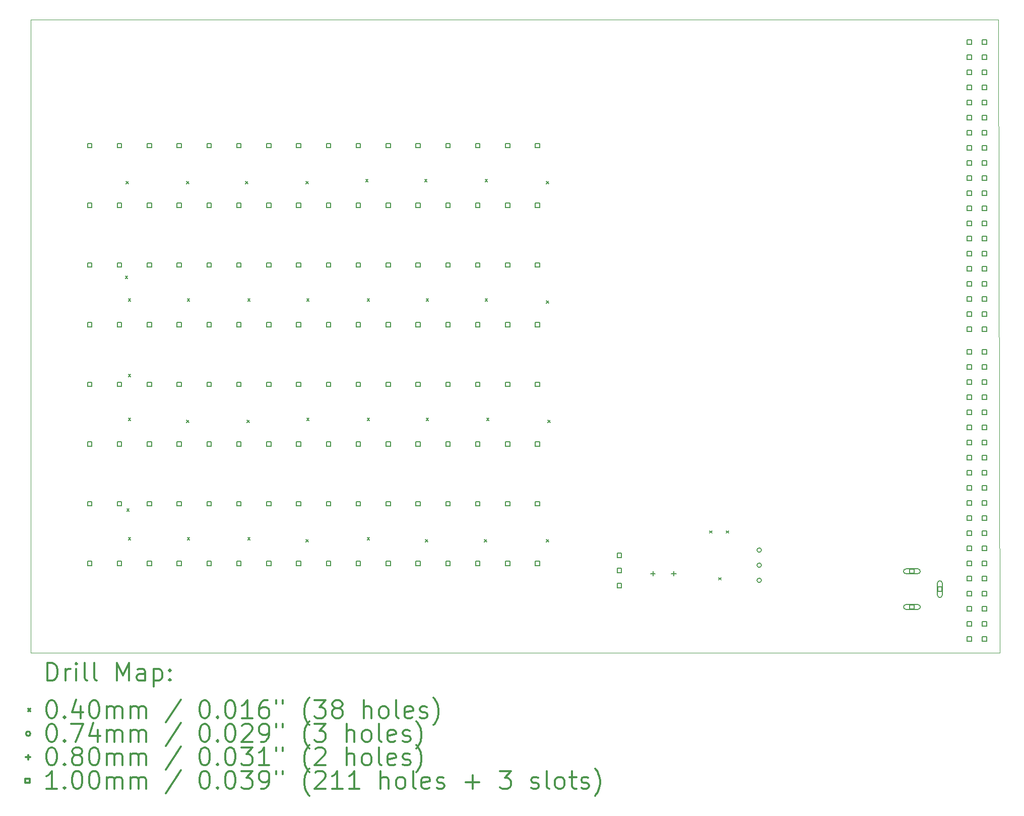
<source format=gbr>
%FSLAX45Y45*%
G04 Gerber Fmt 4.5, Leading zero omitted, Abs format (unit mm)*
G04 Created by KiCad (PCBNEW (5.1.7)-1) date 2020-11-18 10:27:59*
%MOMM*%
%LPD*%
G01*
G04 APERTURE LIST*
%TA.AperFunction,Profile*%
%ADD10C,0.050000*%
%TD*%
%ADD11C,0.200000*%
%ADD12C,0.300000*%
G04 APERTURE END LIST*
D10*
X3327400Y-3992200D02*
X3327400Y-4017600D01*
X19583400Y-3992200D02*
X3327400Y-3992200D01*
X19608800Y-14634800D02*
X19583400Y-3992200D01*
X3327400Y-14634800D02*
X19608800Y-14634800D01*
X3327400Y-4017600D02*
X3327400Y-14634800D01*
D11*
X4920300Y-8302900D02*
X4960300Y-8342900D01*
X4960300Y-8302900D02*
X4920300Y-8342900D01*
X4933000Y-6711000D02*
X4973000Y-6751000D01*
X4973000Y-6711000D02*
X4933000Y-6751000D01*
X4945700Y-12214500D02*
X4985700Y-12254500D01*
X4985700Y-12214500D02*
X4945700Y-12254500D01*
X4971100Y-8683900D02*
X5011100Y-8723900D01*
X5011100Y-8683900D02*
X4971100Y-8723900D01*
X4971100Y-9953900D02*
X5011100Y-9993900D01*
X5011100Y-9953900D02*
X4971100Y-9993900D01*
X4971100Y-10690500D02*
X5011100Y-10730500D01*
X5011100Y-10690500D02*
X4971100Y-10730500D01*
X4971100Y-12697100D02*
X5011100Y-12737100D01*
X5011100Y-12697100D02*
X4971100Y-12737100D01*
X5949000Y-6711000D02*
X5989000Y-6751000D01*
X5989000Y-6711000D02*
X5949000Y-6751000D01*
X5949000Y-10724200D02*
X5989000Y-10764200D01*
X5989000Y-10724200D02*
X5949000Y-10764200D01*
X5961700Y-8683900D02*
X6001700Y-8723900D01*
X6001700Y-8683900D02*
X5961700Y-8723900D01*
X5961700Y-12697100D02*
X6001700Y-12737100D01*
X6001700Y-12697100D02*
X5961700Y-12737100D01*
X6939600Y-6711000D02*
X6979600Y-6751000D01*
X6979600Y-6711000D02*
X6939600Y-6751000D01*
X6965000Y-10724200D02*
X7005000Y-10764200D01*
X7005000Y-10724200D02*
X6965000Y-10764200D01*
X6977700Y-8683900D02*
X7017700Y-8723900D01*
X7017700Y-8683900D02*
X6977700Y-8723900D01*
X6977700Y-12697100D02*
X7017700Y-12737100D01*
X7017700Y-12697100D02*
X6977700Y-12737100D01*
X7955600Y-6711000D02*
X7995600Y-6751000D01*
X7995600Y-6711000D02*
X7955600Y-6751000D01*
X7955600Y-12730800D02*
X7995600Y-12770800D01*
X7995600Y-12730800D02*
X7955600Y-12770800D01*
X7968300Y-8683900D02*
X8008300Y-8723900D01*
X8008300Y-8683900D02*
X7968300Y-8723900D01*
X7968300Y-10690500D02*
X8008300Y-10730500D01*
X8008300Y-10690500D02*
X7968300Y-10730500D01*
X8958900Y-6677300D02*
X8998900Y-6717300D01*
X8998900Y-6677300D02*
X8958900Y-6717300D01*
X8984300Y-8683900D02*
X9024300Y-8723900D01*
X9024300Y-8683900D02*
X8984300Y-8723900D01*
X8984300Y-10690500D02*
X9024300Y-10730500D01*
X9024300Y-10690500D02*
X8984300Y-10730500D01*
X8984300Y-12697100D02*
X9024300Y-12737100D01*
X9024300Y-12697100D02*
X8984300Y-12737100D01*
X9949500Y-6677300D02*
X9989500Y-6717300D01*
X9989500Y-6677300D02*
X9949500Y-6717300D01*
X9962200Y-12730800D02*
X10002200Y-12770800D01*
X10002200Y-12730800D02*
X9962200Y-12770800D01*
X9974900Y-8683900D02*
X10014900Y-8723900D01*
X10014900Y-8683900D02*
X9974900Y-8723900D01*
X9974900Y-10690500D02*
X10014900Y-10730500D01*
X10014900Y-10690500D02*
X9974900Y-10730500D01*
X10952800Y-12730800D02*
X10992800Y-12770800D01*
X10992800Y-12730800D02*
X10952800Y-12770800D01*
X10965500Y-6677300D02*
X11005500Y-6717300D01*
X11005500Y-6677300D02*
X10965500Y-6717300D01*
X10965500Y-8683900D02*
X11005500Y-8723900D01*
X11005500Y-8683900D02*
X10965500Y-8723900D01*
X10990900Y-10690500D02*
X11030900Y-10730500D01*
X11030900Y-10690500D02*
X10990900Y-10730500D01*
X11994200Y-6711000D02*
X12034200Y-6751000D01*
X12034200Y-6711000D02*
X11994200Y-6751000D01*
X11994200Y-8717600D02*
X12034200Y-8757600D01*
X12034200Y-8717600D02*
X11994200Y-8757600D01*
X11994200Y-12730800D02*
X12034200Y-12770800D01*
X12034200Y-12730800D02*
X11994200Y-12770800D01*
X12019600Y-10724200D02*
X12059600Y-10764200D01*
X12059600Y-10724200D02*
X12019600Y-10764200D01*
X14737400Y-12582800D02*
X14777400Y-12622800D01*
X14777400Y-12582800D02*
X14737400Y-12622800D01*
X14889800Y-13370200D02*
X14929800Y-13410200D01*
X14929800Y-13370200D02*
X14889800Y-13410200D01*
X15016800Y-12582800D02*
X15056800Y-12622800D01*
X15056800Y-12582800D02*
X15016800Y-12622800D01*
X15607200Y-12907600D02*
G75*
G03*
X15607200Y-12907600I-37000J0D01*
G01*
X15607200Y-13161600D02*
G75*
G03*
X15607200Y-13161600I-37000J0D01*
G01*
X15607200Y-13415600D02*
G75*
G03*
X15607200Y-13415600I-37000J0D01*
G01*
X13785100Y-13261300D02*
X13785100Y-13341300D01*
X13745100Y-13301300D02*
X13825100Y-13301300D01*
X14135100Y-13261300D02*
X14135100Y-13341300D01*
X14095100Y-13301300D02*
X14175100Y-13301300D01*
X8370556Y-13167156D02*
X8370556Y-13096444D01*
X8299844Y-13096444D01*
X8299844Y-13167156D01*
X8370556Y-13167156D01*
X8870556Y-13167156D02*
X8870556Y-13096444D01*
X8799844Y-13096444D01*
X8799844Y-13167156D01*
X8870556Y-13167156D01*
X11380456Y-13167156D02*
X11380456Y-13096444D01*
X11309744Y-13096444D01*
X11309744Y-13167156D01*
X11380456Y-13167156D01*
X11880456Y-13167156D02*
X11880456Y-13096444D01*
X11809744Y-13096444D01*
X11809744Y-13167156D01*
X11880456Y-13167156D01*
X10377156Y-10157256D02*
X10377156Y-10086544D01*
X10306444Y-10086544D01*
X10306444Y-10157256D01*
X10377156Y-10157256D01*
X10877156Y-10157256D02*
X10877156Y-10086544D01*
X10806444Y-10086544D01*
X10806444Y-10157256D01*
X10877156Y-10157256D01*
X4357356Y-10157256D02*
X4357356Y-10086544D01*
X4286644Y-10086544D01*
X4286644Y-10157256D01*
X4357356Y-10157256D01*
X4857356Y-10157256D02*
X4857356Y-10086544D01*
X4786644Y-10086544D01*
X4786644Y-10157256D01*
X4857356Y-10157256D01*
X9373856Y-6144056D02*
X9373856Y-6073344D01*
X9303144Y-6073344D01*
X9303144Y-6144056D01*
X9373856Y-6144056D01*
X9873856Y-6144056D02*
X9873856Y-6073344D01*
X9803144Y-6073344D01*
X9803144Y-6144056D01*
X9873856Y-6144056D01*
X5360656Y-6144056D02*
X5360656Y-6073344D01*
X5289944Y-6073344D01*
X5289944Y-6144056D01*
X5360656Y-6144056D01*
X5860656Y-6144056D02*
X5860656Y-6073344D01*
X5789944Y-6073344D01*
X5789944Y-6144056D01*
X5860656Y-6144056D01*
X8370556Y-6144056D02*
X8370556Y-6073344D01*
X8299844Y-6073344D01*
X8299844Y-6144056D01*
X8370556Y-6144056D01*
X8870556Y-6144056D02*
X8870556Y-6073344D01*
X8799844Y-6073344D01*
X8799844Y-6144056D01*
X8870556Y-6144056D01*
X11380456Y-8150656D02*
X11380456Y-8079944D01*
X11309744Y-8079944D01*
X11309744Y-8150656D01*
X11380456Y-8150656D01*
X11880456Y-8150656D02*
X11880456Y-8079944D01*
X11809744Y-8079944D01*
X11809744Y-8150656D01*
X11880456Y-8150656D01*
X8370556Y-9153956D02*
X8370556Y-9083244D01*
X8299844Y-9083244D01*
X8299844Y-9153956D01*
X8370556Y-9153956D01*
X8870556Y-9153956D02*
X8870556Y-9083244D01*
X8799844Y-9083244D01*
X8799844Y-9153956D01*
X8870556Y-9153956D01*
X5360656Y-8150656D02*
X5360656Y-8079944D01*
X5289944Y-8079944D01*
X5289944Y-8150656D01*
X5360656Y-8150656D01*
X5860656Y-8150656D02*
X5860656Y-8079944D01*
X5789944Y-8079944D01*
X5789944Y-8150656D01*
X5860656Y-8150656D01*
X7367256Y-13167156D02*
X7367256Y-13096444D01*
X7296544Y-13096444D01*
X7296544Y-13167156D01*
X7367256Y-13167156D01*
X7867256Y-13167156D02*
X7867256Y-13096444D01*
X7796544Y-13096444D01*
X7796544Y-13167156D01*
X7867256Y-13167156D01*
X4357356Y-13167156D02*
X4357356Y-13096444D01*
X4286644Y-13096444D01*
X4286644Y-13167156D01*
X4357356Y-13167156D01*
X4857356Y-13167156D02*
X4857356Y-13096444D01*
X4786644Y-13096444D01*
X4786644Y-13167156D01*
X4857356Y-13167156D01*
X11380456Y-11160556D02*
X11380456Y-11089844D01*
X11309744Y-11089844D01*
X11309744Y-11160556D01*
X11380456Y-11160556D01*
X11880456Y-11160556D02*
X11880456Y-11089844D01*
X11809744Y-11089844D01*
X11809744Y-11160556D01*
X11880456Y-11160556D01*
X5360656Y-11160556D02*
X5360656Y-11089844D01*
X5289944Y-11089844D01*
X5289944Y-11160556D01*
X5360656Y-11160556D01*
X5860656Y-11160556D02*
X5860656Y-11089844D01*
X5789944Y-11089844D01*
X5789944Y-11160556D01*
X5860656Y-11160556D01*
X13256056Y-13031856D02*
X13256056Y-12961144D01*
X13185344Y-12961144D01*
X13185344Y-13031856D01*
X13256056Y-13031856D01*
X13256056Y-13285856D02*
X13256056Y-13215144D01*
X13185344Y-13215144D01*
X13185344Y-13285856D01*
X13256056Y-13285856D01*
X13256056Y-13539856D02*
X13256056Y-13469144D01*
X13185344Y-13469144D01*
X13185344Y-13539856D01*
X13256056Y-13539856D01*
X11380456Y-10157256D02*
X11380456Y-10086544D01*
X11309744Y-10086544D01*
X11309744Y-10157256D01*
X11380456Y-10157256D01*
X11880456Y-10157256D02*
X11880456Y-10086544D01*
X11809744Y-10086544D01*
X11809744Y-10157256D01*
X11880456Y-10157256D01*
X4357356Y-6144056D02*
X4357356Y-6073344D01*
X4286644Y-6073344D01*
X4286644Y-6144056D01*
X4357356Y-6144056D01*
X4857356Y-6144056D02*
X4857356Y-6073344D01*
X4786644Y-6073344D01*
X4786644Y-6144056D01*
X4857356Y-6144056D01*
X6363956Y-6144056D02*
X6363956Y-6073344D01*
X6293244Y-6073344D01*
X6293244Y-6144056D01*
X6363956Y-6144056D01*
X6863956Y-6144056D02*
X6863956Y-6073344D01*
X6793244Y-6073344D01*
X6793244Y-6144056D01*
X6863956Y-6144056D01*
X5360656Y-7147356D02*
X5360656Y-7076644D01*
X5289944Y-7076644D01*
X5289944Y-7147356D01*
X5360656Y-7147356D01*
X5860656Y-7147356D02*
X5860656Y-7076644D01*
X5789944Y-7076644D01*
X5789944Y-7147356D01*
X5860656Y-7147356D01*
X9373856Y-7147356D02*
X9373856Y-7076644D01*
X9303144Y-7076644D01*
X9303144Y-7147356D01*
X9373856Y-7147356D01*
X9873856Y-7147356D02*
X9873856Y-7076644D01*
X9803144Y-7076644D01*
X9803144Y-7147356D01*
X9873856Y-7147356D01*
X9373856Y-8150656D02*
X9373856Y-8079944D01*
X9303144Y-8079944D01*
X9303144Y-8150656D01*
X9373856Y-8150656D01*
X9873856Y-8150656D02*
X9873856Y-8079944D01*
X9803144Y-8079944D01*
X9803144Y-8150656D01*
X9873856Y-8150656D01*
X6363956Y-8150656D02*
X6363956Y-8079944D01*
X6293244Y-8079944D01*
X6293244Y-8150656D01*
X6363956Y-8150656D01*
X6863956Y-8150656D02*
X6863956Y-8079944D01*
X6793244Y-8079944D01*
X6793244Y-8150656D01*
X6863956Y-8150656D01*
X9373856Y-13167156D02*
X9373856Y-13096444D01*
X9303144Y-13096444D01*
X9303144Y-13167156D01*
X9373856Y-13167156D01*
X9873856Y-13167156D02*
X9873856Y-13096444D01*
X9803144Y-13096444D01*
X9803144Y-13167156D01*
X9873856Y-13167156D01*
X9373856Y-12163856D02*
X9373856Y-12093144D01*
X9303144Y-12093144D01*
X9303144Y-12163856D01*
X9373856Y-12163856D01*
X9873856Y-12163856D02*
X9873856Y-12093144D01*
X9803144Y-12093144D01*
X9803144Y-12163856D01*
X9873856Y-12163856D01*
X10377156Y-12163856D02*
X10377156Y-12093144D01*
X10306444Y-12093144D01*
X10306444Y-12163856D01*
X10377156Y-12163856D01*
X10877156Y-12163856D02*
X10877156Y-12093144D01*
X10806444Y-12093144D01*
X10806444Y-12163856D01*
X10877156Y-12163856D01*
X10377156Y-11160556D02*
X10377156Y-11089844D01*
X10306444Y-11089844D01*
X10306444Y-11160556D01*
X10377156Y-11160556D01*
X10877156Y-11160556D02*
X10877156Y-11089844D01*
X10806444Y-11089844D01*
X10806444Y-11160556D01*
X10877156Y-11160556D01*
X9373856Y-9153956D02*
X9373856Y-9083244D01*
X9303144Y-9083244D01*
X9303144Y-9153956D01*
X9373856Y-9153956D01*
X9873856Y-9153956D02*
X9873856Y-9083244D01*
X9803144Y-9083244D01*
X9803144Y-9153956D01*
X9873856Y-9153956D01*
X5360656Y-10157256D02*
X5360656Y-10086544D01*
X5289944Y-10086544D01*
X5289944Y-10157256D01*
X5360656Y-10157256D01*
X5860656Y-10157256D02*
X5860656Y-10086544D01*
X5789944Y-10086544D01*
X5789944Y-10157256D01*
X5860656Y-10157256D01*
X11380456Y-6144056D02*
X11380456Y-6073344D01*
X11309744Y-6073344D01*
X11309744Y-6144056D01*
X11380456Y-6144056D01*
X11880456Y-6144056D02*
X11880456Y-6073344D01*
X11809744Y-6073344D01*
X11809744Y-6144056D01*
X11880456Y-6144056D01*
X6363956Y-7147356D02*
X6363956Y-7076644D01*
X6293244Y-7076644D01*
X6293244Y-7147356D01*
X6363956Y-7147356D01*
X6863956Y-7147356D02*
X6863956Y-7076644D01*
X6793244Y-7076644D01*
X6793244Y-7147356D01*
X6863956Y-7147356D01*
X4357356Y-8150656D02*
X4357356Y-8079944D01*
X4286644Y-8079944D01*
X4286644Y-8150656D01*
X4357356Y-8150656D01*
X4857356Y-8150656D02*
X4857356Y-8079944D01*
X4786644Y-8079944D01*
X4786644Y-8150656D01*
X4857356Y-8150656D01*
X10377156Y-8150656D02*
X10377156Y-8079944D01*
X10306444Y-8079944D01*
X10306444Y-8150656D01*
X10377156Y-8150656D01*
X10877156Y-8150656D02*
X10877156Y-8079944D01*
X10806444Y-8079944D01*
X10806444Y-8150656D01*
X10877156Y-8150656D01*
X19136156Y-4404156D02*
X19136156Y-4333444D01*
X19065444Y-4333444D01*
X19065444Y-4404156D01*
X19136156Y-4404156D01*
X19136156Y-4658156D02*
X19136156Y-4587444D01*
X19065444Y-4587444D01*
X19065444Y-4658156D01*
X19136156Y-4658156D01*
X19136156Y-4912156D02*
X19136156Y-4841444D01*
X19065444Y-4841444D01*
X19065444Y-4912156D01*
X19136156Y-4912156D01*
X19136156Y-5166156D02*
X19136156Y-5095444D01*
X19065444Y-5095444D01*
X19065444Y-5166156D01*
X19136156Y-5166156D01*
X19136156Y-5420156D02*
X19136156Y-5349444D01*
X19065444Y-5349444D01*
X19065444Y-5420156D01*
X19136156Y-5420156D01*
X19136156Y-5674156D02*
X19136156Y-5603444D01*
X19065444Y-5603444D01*
X19065444Y-5674156D01*
X19136156Y-5674156D01*
X19136156Y-5928156D02*
X19136156Y-5857444D01*
X19065444Y-5857444D01*
X19065444Y-5928156D01*
X19136156Y-5928156D01*
X19136156Y-6182156D02*
X19136156Y-6111444D01*
X19065444Y-6111444D01*
X19065444Y-6182156D01*
X19136156Y-6182156D01*
X19136156Y-6436156D02*
X19136156Y-6365444D01*
X19065444Y-6365444D01*
X19065444Y-6436156D01*
X19136156Y-6436156D01*
X19136156Y-6690156D02*
X19136156Y-6619444D01*
X19065444Y-6619444D01*
X19065444Y-6690156D01*
X19136156Y-6690156D01*
X19136156Y-6944156D02*
X19136156Y-6873444D01*
X19065444Y-6873444D01*
X19065444Y-6944156D01*
X19136156Y-6944156D01*
X19136156Y-7198156D02*
X19136156Y-7127444D01*
X19065444Y-7127444D01*
X19065444Y-7198156D01*
X19136156Y-7198156D01*
X19136156Y-7452156D02*
X19136156Y-7381444D01*
X19065444Y-7381444D01*
X19065444Y-7452156D01*
X19136156Y-7452156D01*
X19136156Y-7706156D02*
X19136156Y-7635444D01*
X19065444Y-7635444D01*
X19065444Y-7706156D01*
X19136156Y-7706156D01*
X19136156Y-7960156D02*
X19136156Y-7889444D01*
X19065444Y-7889444D01*
X19065444Y-7960156D01*
X19136156Y-7960156D01*
X19136156Y-8214156D02*
X19136156Y-8143444D01*
X19065444Y-8143444D01*
X19065444Y-8214156D01*
X19136156Y-8214156D01*
X19136156Y-8468156D02*
X19136156Y-8397444D01*
X19065444Y-8397444D01*
X19065444Y-8468156D01*
X19136156Y-8468156D01*
X19136156Y-8722156D02*
X19136156Y-8651444D01*
X19065444Y-8651444D01*
X19065444Y-8722156D01*
X19136156Y-8722156D01*
X19136156Y-8976156D02*
X19136156Y-8905444D01*
X19065444Y-8905444D01*
X19065444Y-8976156D01*
X19136156Y-8976156D01*
X19136156Y-9230156D02*
X19136156Y-9159444D01*
X19065444Y-9159444D01*
X19065444Y-9230156D01*
X19136156Y-9230156D01*
X19390156Y-4404156D02*
X19390156Y-4333444D01*
X19319444Y-4333444D01*
X19319444Y-4404156D01*
X19390156Y-4404156D01*
X19390156Y-4658156D02*
X19390156Y-4587444D01*
X19319444Y-4587444D01*
X19319444Y-4658156D01*
X19390156Y-4658156D01*
X19390156Y-4912156D02*
X19390156Y-4841444D01*
X19319444Y-4841444D01*
X19319444Y-4912156D01*
X19390156Y-4912156D01*
X19390156Y-5166156D02*
X19390156Y-5095444D01*
X19319444Y-5095444D01*
X19319444Y-5166156D01*
X19390156Y-5166156D01*
X19390156Y-5420156D02*
X19390156Y-5349444D01*
X19319444Y-5349444D01*
X19319444Y-5420156D01*
X19390156Y-5420156D01*
X19390156Y-5674156D02*
X19390156Y-5603444D01*
X19319444Y-5603444D01*
X19319444Y-5674156D01*
X19390156Y-5674156D01*
X19390156Y-5928156D02*
X19390156Y-5857444D01*
X19319444Y-5857444D01*
X19319444Y-5928156D01*
X19390156Y-5928156D01*
X19390156Y-6182156D02*
X19390156Y-6111444D01*
X19319444Y-6111444D01*
X19319444Y-6182156D01*
X19390156Y-6182156D01*
X19390156Y-6436156D02*
X19390156Y-6365444D01*
X19319444Y-6365444D01*
X19319444Y-6436156D01*
X19390156Y-6436156D01*
X19390156Y-6690156D02*
X19390156Y-6619444D01*
X19319444Y-6619444D01*
X19319444Y-6690156D01*
X19390156Y-6690156D01*
X19390156Y-6944156D02*
X19390156Y-6873444D01*
X19319444Y-6873444D01*
X19319444Y-6944156D01*
X19390156Y-6944156D01*
X19390156Y-7198156D02*
X19390156Y-7127444D01*
X19319444Y-7127444D01*
X19319444Y-7198156D01*
X19390156Y-7198156D01*
X19390156Y-7452156D02*
X19390156Y-7381444D01*
X19319444Y-7381444D01*
X19319444Y-7452156D01*
X19390156Y-7452156D01*
X19390156Y-7706156D02*
X19390156Y-7635444D01*
X19319444Y-7635444D01*
X19319444Y-7706156D01*
X19390156Y-7706156D01*
X19390156Y-7960156D02*
X19390156Y-7889444D01*
X19319444Y-7889444D01*
X19319444Y-7960156D01*
X19390156Y-7960156D01*
X19390156Y-8214156D02*
X19390156Y-8143444D01*
X19319444Y-8143444D01*
X19319444Y-8214156D01*
X19390156Y-8214156D01*
X19390156Y-8468156D02*
X19390156Y-8397444D01*
X19319444Y-8397444D01*
X19319444Y-8468156D01*
X19390156Y-8468156D01*
X19390156Y-8722156D02*
X19390156Y-8651444D01*
X19319444Y-8651444D01*
X19319444Y-8722156D01*
X19390156Y-8722156D01*
X19390156Y-8976156D02*
X19390156Y-8905444D01*
X19319444Y-8905444D01*
X19319444Y-8976156D01*
X19390156Y-8976156D01*
X19390156Y-9230156D02*
X19390156Y-9159444D01*
X19319444Y-9159444D01*
X19319444Y-9230156D01*
X19390156Y-9230156D01*
X6363956Y-13167156D02*
X6363956Y-13096444D01*
X6293244Y-13096444D01*
X6293244Y-13167156D01*
X6363956Y-13167156D01*
X6863956Y-13167156D02*
X6863956Y-13096444D01*
X6793244Y-13096444D01*
X6793244Y-13167156D01*
X6863956Y-13167156D01*
X8370556Y-12163856D02*
X8370556Y-12093144D01*
X8299844Y-12093144D01*
X8299844Y-12163856D01*
X8370556Y-12163856D01*
X8870556Y-12163856D02*
X8870556Y-12093144D01*
X8799844Y-12093144D01*
X8799844Y-12163856D01*
X8870556Y-12163856D01*
X8370556Y-11160556D02*
X8370556Y-11089844D01*
X8299844Y-11089844D01*
X8299844Y-11160556D01*
X8370556Y-11160556D01*
X8870556Y-11160556D02*
X8870556Y-11089844D01*
X8799844Y-11089844D01*
X8799844Y-11160556D01*
X8870556Y-11160556D01*
X10377156Y-9153956D02*
X10377156Y-9083244D01*
X10306444Y-9083244D01*
X10306444Y-9153956D01*
X10377156Y-9153956D01*
X10877156Y-9153956D02*
X10877156Y-9083244D01*
X10806444Y-9083244D01*
X10806444Y-9153956D01*
X10877156Y-9153956D01*
X9373856Y-10157256D02*
X9373856Y-10086544D01*
X9303144Y-10086544D01*
X9303144Y-10157256D01*
X9373856Y-10157256D01*
X9873856Y-10157256D02*
X9873856Y-10086544D01*
X9803144Y-10086544D01*
X9803144Y-10157256D01*
X9873856Y-10157256D01*
X18170956Y-13298556D02*
X18170956Y-13227844D01*
X18100244Y-13227844D01*
X18100244Y-13298556D01*
X18170956Y-13298556D01*
X18035600Y-13303200D02*
X18235600Y-13303200D01*
X18035600Y-13223200D02*
X18235600Y-13223200D01*
X18235600Y-13303200D02*
G75*
G03*
X18235600Y-13223200I0J40000D01*
G01*
X18035600Y-13223200D02*
G75*
G03*
X18035600Y-13303200I0J-40000D01*
G01*
X18170956Y-13898556D02*
X18170956Y-13827844D01*
X18100244Y-13827844D01*
X18100244Y-13898556D01*
X18170956Y-13898556D01*
X18035600Y-13903200D02*
X18235600Y-13903200D01*
X18035600Y-13823200D02*
X18235600Y-13823200D01*
X18235600Y-13903200D02*
G75*
G03*
X18235600Y-13823200I0J40000D01*
G01*
X18035600Y-13823200D02*
G75*
G03*
X18035600Y-13903200I0J-40000D01*
G01*
X18640956Y-13598556D02*
X18640956Y-13527844D01*
X18570244Y-13527844D01*
X18570244Y-13598556D01*
X18640956Y-13598556D01*
X18645600Y-13663200D02*
X18645600Y-13463200D01*
X18565600Y-13663200D02*
X18565600Y-13463200D01*
X18645600Y-13463200D02*
G75*
G03*
X18565600Y-13463200I-40000J0D01*
G01*
X18565600Y-13663200D02*
G75*
G03*
X18645600Y-13663200I40000J0D01*
G01*
X7367256Y-8150656D02*
X7367256Y-8079944D01*
X7296544Y-8079944D01*
X7296544Y-8150656D01*
X7367256Y-8150656D01*
X7867256Y-8150656D02*
X7867256Y-8079944D01*
X7796544Y-8079944D01*
X7796544Y-8150656D01*
X7867256Y-8150656D01*
X5360656Y-9153956D02*
X5360656Y-9083244D01*
X5289944Y-9083244D01*
X5289944Y-9153956D01*
X5360656Y-9153956D01*
X5860656Y-9153956D02*
X5860656Y-9083244D01*
X5789944Y-9083244D01*
X5789944Y-9153956D01*
X5860656Y-9153956D01*
X4357356Y-12163856D02*
X4357356Y-12093144D01*
X4286644Y-12093144D01*
X4286644Y-12163856D01*
X4357356Y-12163856D01*
X4857356Y-12163856D02*
X4857356Y-12093144D01*
X4786644Y-12093144D01*
X4786644Y-12163856D01*
X4857356Y-12163856D01*
X10377156Y-13167156D02*
X10377156Y-13096444D01*
X10306444Y-13096444D01*
X10306444Y-13167156D01*
X10377156Y-13167156D01*
X10877156Y-13167156D02*
X10877156Y-13096444D01*
X10806444Y-13096444D01*
X10806444Y-13167156D01*
X10877156Y-13167156D01*
X11380456Y-12163856D02*
X11380456Y-12093144D01*
X11309744Y-12093144D01*
X11309744Y-12163856D01*
X11380456Y-12163856D01*
X11880456Y-12163856D02*
X11880456Y-12093144D01*
X11809744Y-12093144D01*
X11809744Y-12163856D01*
X11880456Y-12163856D01*
X6363956Y-11160556D02*
X6363956Y-11089844D01*
X6293244Y-11089844D01*
X6293244Y-11160556D01*
X6363956Y-11160556D01*
X6863956Y-11160556D02*
X6863956Y-11089844D01*
X6793244Y-11089844D01*
X6793244Y-11160556D01*
X6863956Y-11160556D01*
X11380456Y-9153956D02*
X11380456Y-9083244D01*
X11309744Y-9083244D01*
X11309744Y-9153956D01*
X11380456Y-9153956D01*
X11880456Y-9153956D02*
X11880456Y-9083244D01*
X11809744Y-9083244D01*
X11809744Y-9153956D01*
X11880456Y-9153956D01*
X6363956Y-10157256D02*
X6363956Y-10086544D01*
X6293244Y-10086544D01*
X6293244Y-10157256D01*
X6363956Y-10157256D01*
X6863956Y-10157256D02*
X6863956Y-10086544D01*
X6793244Y-10086544D01*
X6793244Y-10157256D01*
X6863956Y-10157256D01*
X4357356Y-7147356D02*
X4357356Y-7076644D01*
X4286644Y-7076644D01*
X4286644Y-7147356D01*
X4357356Y-7147356D01*
X4857356Y-7147356D02*
X4857356Y-7076644D01*
X4786644Y-7076644D01*
X4786644Y-7147356D01*
X4857356Y-7147356D01*
X10377156Y-7147356D02*
X10377156Y-7076644D01*
X10306444Y-7076644D01*
X10306444Y-7147356D01*
X10377156Y-7147356D01*
X10877156Y-7147356D02*
X10877156Y-7076644D01*
X10806444Y-7076644D01*
X10806444Y-7147356D01*
X10877156Y-7147356D01*
X7367256Y-9153956D02*
X7367256Y-9083244D01*
X7296544Y-9083244D01*
X7296544Y-9153956D01*
X7367256Y-9153956D01*
X7867256Y-9153956D02*
X7867256Y-9083244D01*
X7796544Y-9083244D01*
X7796544Y-9153956D01*
X7867256Y-9153956D01*
X6363956Y-12163856D02*
X6363956Y-12093144D01*
X6293244Y-12093144D01*
X6293244Y-12163856D01*
X6363956Y-12163856D01*
X6863956Y-12163856D02*
X6863956Y-12093144D01*
X6793244Y-12093144D01*
X6793244Y-12163856D01*
X6863956Y-12163856D01*
X5360656Y-12163856D02*
X5360656Y-12093144D01*
X5289944Y-12093144D01*
X5289944Y-12163856D01*
X5360656Y-12163856D01*
X5860656Y-12163856D02*
X5860656Y-12093144D01*
X5789944Y-12093144D01*
X5789944Y-12163856D01*
X5860656Y-12163856D01*
X4357356Y-11160556D02*
X4357356Y-11089844D01*
X4286644Y-11089844D01*
X4286644Y-11160556D01*
X4357356Y-11160556D01*
X4857356Y-11160556D02*
X4857356Y-11089844D01*
X4786644Y-11089844D01*
X4786644Y-11160556D01*
X4857356Y-11160556D01*
X8370556Y-10157256D02*
X8370556Y-10086544D01*
X8299844Y-10086544D01*
X8299844Y-10157256D01*
X8370556Y-10157256D01*
X8870556Y-10157256D02*
X8870556Y-10086544D01*
X8799844Y-10086544D01*
X8799844Y-10157256D01*
X8870556Y-10157256D01*
X7367256Y-10157256D02*
X7367256Y-10086544D01*
X7296544Y-10086544D01*
X7296544Y-10157256D01*
X7367256Y-10157256D01*
X7867256Y-10157256D02*
X7867256Y-10086544D01*
X7796544Y-10086544D01*
X7796544Y-10157256D01*
X7867256Y-10157256D01*
X6363956Y-9153956D02*
X6363956Y-9083244D01*
X6293244Y-9083244D01*
X6293244Y-9153956D01*
X6363956Y-9153956D01*
X6863956Y-9153956D02*
X6863956Y-9083244D01*
X6793244Y-9083244D01*
X6793244Y-9153956D01*
X6863956Y-9153956D01*
X11380456Y-7147356D02*
X11380456Y-7076644D01*
X11309744Y-7076644D01*
X11309744Y-7147356D01*
X11380456Y-7147356D01*
X11880456Y-7147356D02*
X11880456Y-7076644D01*
X11809744Y-7076644D01*
X11809744Y-7147356D01*
X11880456Y-7147356D01*
X7367256Y-7147356D02*
X7367256Y-7076644D01*
X7296544Y-7076644D01*
X7296544Y-7147356D01*
X7367256Y-7147356D01*
X7867256Y-7147356D02*
X7867256Y-7076644D01*
X7796544Y-7076644D01*
X7796544Y-7147356D01*
X7867256Y-7147356D01*
X7367256Y-12163856D02*
X7367256Y-12093144D01*
X7296544Y-12093144D01*
X7296544Y-12163856D01*
X7367256Y-12163856D01*
X7867256Y-12163856D02*
X7867256Y-12093144D01*
X7796544Y-12093144D01*
X7796544Y-12163856D01*
X7867256Y-12163856D01*
X5360656Y-13167156D02*
X5360656Y-13096444D01*
X5289944Y-13096444D01*
X5289944Y-13167156D01*
X5360656Y-13167156D01*
X5860656Y-13167156D02*
X5860656Y-13096444D01*
X5789944Y-13096444D01*
X5789944Y-13167156D01*
X5860656Y-13167156D01*
X9373856Y-11160556D02*
X9373856Y-11089844D01*
X9303144Y-11089844D01*
X9303144Y-11160556D01*
X9373856Y-11160556D01*
X9873856Y-11160556D02*
X9873856Y-11089844D01*
X9803144Y-11089844D01*
X9803144Y-11160556D01*
X9873856Y-11160556D01*
X7367256Y-11160556D02*
X7367256Y-11089844D01*
X7296544Y-11089844D01*
X7296544Y-11160556D01*
X7367256Y-11160556D01*
X7867256Y-11160556D02*
X7867256Y-11089844D01*
X7796544Y-11089844D01*
X7796544Y-11160556D01*
X7867256Y-11160556D01*
X19136156Y-9611156D02*
X19136156Y-9540444D01*
X19065444Y-9540444D01*
X19065444Y-9611156D01*
X19136156Y-9611156D01*
X19136156Y-9865156D02*
X19136156Y-9794444D01*
X19065444Y-9794444D01*
X19065444Y-9865156D01*
X19136156Y-9865156D01*
X19136156Y-10119156D02*
X19136156Y-10048444D01*
X19065444Y-10048444D01*
X19065444Y-10119156D01*
X19136156Y-10119156D01*
X19136156Y-10373156D02*
X19136156Y-10302444D01*
X19065444Y-10302444D01*
X19065444Y-10373156D01*
X19136156Y-10373156D01*
X19136156Y-10627156D02*
X19136156Y-10556444D01*
X19065444Y-10556444D01*
X19065444Y-10627156D01*
X19136156Y-10627156D01*
X19136156Y-10881156D02*
X19136156Y-10810444D01*
X19065444Y-10810444D01*
X19065444Y-10881156D01*
X19136156Y-10881156D01*
X19136156Y-11135156D02*
X19136156Y-11064444D01*
X19065444Y-11064444D01*
X19065444Y-11135156D01*
X19136156Y-11135156D01*
X19136156Y-11389156D02*
X19136156Y-11318444D01*
X19065444Y-11318444D01*
X19065444Y-11389156D01*
X19136156Y-11389156D01*
X19136156Y-11643156D02*
X19136156Y-11572444D01*
X19065444Y-11572444D01*
X19065444Y-11643156D01*
X19136156Y-11643156D01*
X19136156Y-11897156D02*
X19136156Y-11826444D01*
X19065444Y-11826444D01*
X19065444Y-11897156D01*
X19136156Y-11897156D01*
X19136156Y-12151156D02*
X19136156Y-12080444D01*
X19065444Y-12080444D01*
X19065444Y-12151156D01*
X19136156Y-12151156D01*
X19136156Y-12405156D02*
X19136156Y-12334444D01*
X19065444Y-12334444D01*
X19065444Y-12405156D01*
X19136156Y-12405156D01*
X19136156Y-12659156D02*
X19136156Y-12588444D01*
X19065444Y-12588444D01*
X19065444Y-12659156D01*
X19136156Y-12659156D01*
X19136156Y-12913156D02*
X19136156Y-12842444D01*
X19065444Y-12842444D01*
X19065444Y-12913156D01*
X19136156Y-12913156D01*
X19136156Y-13167156D02*
X19136156Y-13096444D01*
X19065444Y-13096444D01*
X19065444Y-13167156D01*
X19136156Y-13167156D01*
X19136156Y-13421156D02*
X19136156Y-13350444D01*
X19065444Y-13350444D01*
X19065444Y-13421156D01*
X19136156Y-13421156D01*
X19136156Y-13675156D02*
X19136156Y-13604444D01*
X19065444Y-13604444D01*
X19065444Y-13675156D01*
X19136156Y-13675156D01*
X19136156Y-13929156D02*
X19136156Y-13858444D01*
X19065444Y-13858444D01*
X19065444Y-13929156D01*
X19136156Y-13929156D01*
X19136156Y-14183156D02*
X19136156Y-14112444D01*
X19065444Y-14112444D01*
X19065444Y-14183156D01*
X19136156Y-14183156D01*
X19136156Y-14437156D02*
X19136156Y-14366444D01*
X19065444Y-14366444D01*
X19065444Y-14437156D01*
X19136156Y-14437156D01*
X19390156Y-9611156D02*
X19390156Y-9540444D01*
X19319444Y-9540444D01*
X19319444Y-9611156D01*
X19390156Y-9611156D01*
X19390156Y-9865156D02*
X19390156Y-9794444D01*
X19319444Y-9794444D01*
X19319444Y-9865156D01*
X19390156Y-9865156D01*
X19390156Y-10119156D02*
X19390156Y-10048444D01*
X19319444Y-10048444D01*
X19319444Y-10119156D01*
X19390156Y-10119156D01*
X19390156Y-10373156D02*
X19390156Y-10302444D01*
X19319444Y-10302444D01*
X19319444Y-10373156D01*
X19390156Y-10373156D01*
X19390156Y-10627156D02*
X19390156Y-10556444D01*
X19319444Y-10556444D01*
X19319444Y-10627156D01*
X19390156Y-10627156D01*
X19390156Y-10881156D02*
X19390156Y-10810444D01*
X19319444Y-10810444D01*
X19319444Y-10881156D01*
X19390156Y-10881156D01*
X19390156Y-11135156D02*
X19390156Y-11064444D01*
X19319444Y-11064444D01*
X19319444Y-11135156D01*
X19390156Y-11135156D01*
X19390156Y-11389156D02*
X19390156Y-11318444D01*
X19319444Y-11318444D01*
X19319444Y-11389156D01*
X19390156Y-11389156D01*
X19390156Y-11643156D02*
X19390156Y-11572444D01*
X19319444Y-11572444D01*
X19319444Y-11643156D01*
X19390156Y-11643156D01*
X19390156Y-11897156D02*
X19390156Y-11826444D01*
X19319444Y-11826444D01*
X19319444Y-11897156D01*
X19390156Y-11897156D01*
X19390156Y-12151156D02*
X19390156Y-12080444D01*
X19319444Y-12080444D01*
X19319444Y-12151156D01*
X19390156Y-12151156D01*
X19390156Y-12405156D02*
X19390156Y-12334444D01*
X19319444Y-12334444D01*
X19319444Y-12405156D01*
X19390156Y-12405156D01*
X19390156Y-12659156D02*
X19390156Y-12588444D01*
X19319444Y-12588444D01*
X19319444Y-12659156D01*
X19390156Y-12659156D01*
X19390156Y-12913156D02*
X19390156Y-12842444D01*
X19319444Y-12842444D01*
X19319444Y-12913156D01*
X19390156Y-12913156D01*
X19390156Y-13167156D02*
X19390156Y-13096444D01*
X19319444Y-13096444D01*
X19319444Y-13167156D01*
X19390156Y-13167156D01*
X19390156Y-13421156D02*
X19390156Y-13350444D01*
X19319444Y-13350444D01*
X19319444Y-13421156D01*
X19390156Y-13421156D01*
X19390156Y-13675156D02*
X19390156Y-13604444D01*
X19319444Y-13604444D01*
X19319444Y-13675156D01*
X19390156Y-13675156D01*
X19390156Y-13929156D02*
X19390156Y-13858444D01*
X19319444Y-13858444D01*
X19319444Y-13929156D01*
X19390156Y-13929156D01*
X19390156Y-14183156D02*
X19390156Y-14112444D01*
X19319444Y-14112444D01*
X19319444Y-14183156D01*
X19390156Y-14183156D01*
X19390156Y-14437156D02*
X19390156Y-14366444D01*
X19319444Y-14366444D01*
X19319444Y-14437156D01*
X19390156Y-14437156D01*
X10377156Y-6144056D02*
X10377156Y-6073344D01*
X10306444Y-6073344D01*
X10306444Y-6144056D01*
X10377156Y-6144056D01*
X10877156Y-6144056D02*
X10877156Y-6073344D01*
X10806444Y-6073344D01*
X10806444Y-6144056D01*
X10877156Y-6144056D01*
X7367256Y-6144056D02*
X7367256Y-6073344D01*
X7296544Y-6073344D01*
X7296544Y-6144056D01*
X7367256Y-6144056D01*
X7867256Y-6144056D02*
X7867256Y-6073344D01*
X7796544Y-6073344D01*
X7796544Y-6144056D01*
X7867256Y-6144056D01*
X8370556Y-7147356D02*
X8370556Y-7076644D01*
X8299844Y-7076644D01*
X8299844Y-7147356D01*
X8370556Y-7147356D01*
X8870556Y-7147356D02*
X8870556Y-7076644D01*
X8799844Y-7076644D01*
X8799844Y-7147356D01*
X8870556Y-7147356D01*
X4357356Y-9153956D02*
X4357356Y-9083244D01*
X4286644Y-9083244D01*
X4286644Y-9153956D01*
X4357356Y-9153956D01*
X4857356Y-9153956D02*
X4857356Y-9083244D01*
X4786644Y-9083244D01*
X4786644Y-9153956D01*
X4857356Y-9153956D01*
X8370556Y-8150656D02*
X8370556Y-8079944D01*
X8299844Y-8079944D01*
X8299844Y-8150656D01*
X8370556Y-8150656D01*
X8870556Y-8150656D02*
X8870556Y-8079944D01*
X8799844Y-8079944D01*
X8799844Y-8150656D01*
X8870556Y-8150656D01*
D12*
X3611328Y-15103014D02*
X3611328Y-14803014D01*
X3682757Y-14803014D01*
X3725614Y-14817300D01*
X3754186Y-14845871D01*
X3768471Y-14874443D01*
X3782757Y-14931586D01*
X3782757Y-14974443D01*
X3768471Y-15031586D01*
X3754186Y-15060157D01*
X3725614Y-15088729D01*
X3682757Y-15103014D01*
X3611328Y-15103014D01*
X3911328Y-15103014D02*
X3911328Y-14903014D01*
X3911328Y-14960157D02*
X3925614Y-14931586D01*
X3939900Y-14917300D01*
X3968471Y-14903014D01*
X3997043Y-14903014D01*
X4097043Y-15103014D02*
X4097043Y-14903014D01*
X4097043Y-14803014D02*
X4082757Y-14817300D01*
X4097043Y-14831586D01*
X4111328Y-14817300D01*
X4097043Y-14803014D01*
X4097043Y-14831586D01*
X4282757Y-15103014D02*
X4254186Y-15088729D01*
X4239900Y-15060157D01*
X4239900Y-14803014D01*
X4439900Y-15103014D02*
X4411328Y-15088729D01*
X4397043Y-15060157D01*
X4397043Y-14803014D01*
X4782757Y-15103014D02*
X4782757Y-14803014D01*
X4882757Y-15017300D01*
X4982757Y-14803014D01*
X4982757Y-15103014D01*
X5254186Y-15103014D02*
X5254186Y-14945871D01*
X5239900Y-14917300D01*
X5211328Y-14903014D01*
X5154186Y-14903014D01*
X5125614Y-14917300D01*
X5254186Y-15088729D02*
X5225614Y-15103014D01*
X5154186Y-15103014D01*
X5125614Y-15088729D01*
X5111328Y-15060157D01*
X5111328Y-15031586D01*
X5125614Y-15003014D01*
X5154186Y-14988729D01*
X5225614Y-14988729D01*
X5254186Y-14974443D01*
X5397043Y-14903014D02*
X5397043Y-15203014D01*
X5397043Y-14917300D02*
X5425614Y-14903014D01*
X5482757Y-14903014D01*
X5511328Y-14917300D01*
X5525614Y-14931586D01*
X5539900Y-14960157D01*
X5539900Y-15045871D01*
X5525614Y-15074443D01*
X5511328Y-15088729D01*
X5482757Y-15103014D01*
X5425614Y-15103014D01*
X5397043Y-15088729D01*
X5668471Y-15074443D02*
X5682757Y-15088729D01*
X5668471Y-15103014D01*
X5654186Y-15088729D01*
X5668471Y-15074443D01*
X5668471Y-15103014D01*
X5668471Y-14917300D02*
X5682757Y-14931586D01*
X5668471Y-14945871D01*
X5654186Y-14931586D01*
X5668471Y-14917300D01*
X5668471Y-14945871D01*
X3284900Y-15577300D02*
X3324900Y-15617300D01*
X3324900Y-15577300D02*
X3284900Y-15617300D01*
X3668471Y-15433014D02*
X3697043Y-15433014D01*
X3725614Y-15447300D01*
X3739900Y-15461586D01*
X3754186Y-15490157D01*
X3768471Y-15547300D01*
X3768471Y-15618729D01*
X3754186Y-15675871D01*
X3739900Y-15704443D01*
X3725614Y-15718729D01*
X3697043Y-15733014D01*
X3668471Y-15733014D01*
X3639900Y-15718729D01*
X3625614Y-15704443D01*
X3611328Y-15675871D01*
X3597043Y-15618729D01*
X3597043Y-15547300D01*
X3611328Y-15490157D01*
X3625614Y-15461586D01*
X3639900Y-15447300D01*
X3668471Y-15433014D01*
X3897043Y-15704443D02*
X3911328Y-15718729D01*
X3897043Y-15733014D01*
X3882757Y-15718729D01*
X3897043Y-15704443D01*
X3897043Y-15733014D01*
X4168471Y-15533014D02*
X4168471Y-15733014D01*
X4097043Y-15418729D02*
X4025614Y-15633014D01*
X4211328Y-15633014D01*
X4382757Y-15433014D02*
X4411328Y-15433014D01*
X4439900Y-15447300D01*
X4454186Y-15461586D01*
X4468471Y-15490157D01*
X4482757Y-15547300D01*
X4482757Y-15618729D01*
X4468471Y-15675871D01*
X4454186Y-15704443D01*
X4439900Y-15718729D01*
X4411328Y-15733014D01*
X4382757Y-15733014D01*
X4354186Y-15718729D01*
X4339900Y-15704443D01*
X4325614Y-15675871D01*
X4311328Y-15618729D01*
X4311328Y-15547300D01*
X4325614Y-15490157D01*
X4339900Y-15461586D01*
X4354186Y-15447300D01*
X4382757Y-15433014D01*
X4611328Y-15733014D02*
X4611328Y-15533014D01*
X4611328Y-15561586D02*
X4625614Y-15547300D01*
X4654186Y-15533014D01*
X4697043Y-15533014D01*
X4725614Y-15547300D01*
X4739900Y-15575871D01*
X4739900Y-15733014D01*
X4739900Y-15575871D02*
X4754186Y-15547300D01*
X4782757Y-15533014D01*
X4825614Y-15533014D01*
X4854186Y-15547300D01*
X4868471Y-15575871D01*
X4868471Y-15733014D01*
X5011328Y-15733014D02*
X5011328Y-15533014D01*
X5011328Y-15561586D02*
X5025614Y-15547300D01*
X5054186Y-15533014D01*
X5097043Y-15533014D01*
X5125614Y-15547300D01*
X5139900Y-15575871D01*
X5139900Y-15733014D01*
X5139900Y-15575871D02*
X5154186Y-15547300D01*
X5182757Y-15533014D01*
X5225614Y-15533014D01*
X5254186Y-15547300D01*
X5268471Y-15575871D01*
X5268471Y-15733014D01*
X5854186Y-15418729D02*
X5597043Y-15804443D01*
X6239900Y-15433014D02*
X6268471Y-15433014D01*
X6297043Y-15447300D01*
X6311328Y-15461586D01*
X6325614Y-15490157D01*
X6339900Y-15547300D01*
X6339900Y-15618729D01*
X6325614Y-15675871D01*
X6311328Y-15704443D01*
X6297043Y-15718729D01*
X6268471Y-15733014D01*
X6239900Y-15733014D01*
X6211328Y-15718729D01*
X6197043Y-15704443D01*
X6182757Y-15675871D01*
X6168471Y-15618729D01*
X6168471Y-15547300D01*
X6182757Y-15490157D01*
X6197043Y-15461586D01*
X6211328Y-15447300D01*
X6239900Y-15433014D01*
X6468471Y-15704443D02*
X6482757Y-15718729D01*
X6468471Y-15733014D01*
X6454186Y-15718729D01*
X6468471Y-15704443D01*
X6468471Y-15733014D01*
X6668471Y-15433014D02*
X6697043Y-15433014D01*
X6725614Y-15447300D01*
X6739900Y-15461586D01*
X6754186Y-15490157D01*
X6768471Y-15547300D01*
X6768471Y-15618729D01*
X6754186Y-15675871D01*
X6739900Y-15704443D01*
X6725614Y-15718729D01*
X6697043Y-15733014D01*
X6668471Y-15733014D01*
X6639900Y-15718729D01*
X6625614Y-15704443D01*
X6611328Y-15675871D01*
X6597043Y-15618729D01*
X6597043Y-15547300D01*
X6611328Y-15490157D01*
X6625614Y-15461586D01*
X6639900Y-15447300D01*
X6668471Y-15433014D01*
X7054186Y-15733014D02*
X6882757Y-15733014D01*
X6968471Y-15733014D02*
X6968471Y-15433014D01*
X6939900Y-15475871D01*
X6911328Y-15504443D01*
X6882757Y-15518729D01*
X7311328Y-15433014D02*
X7254186Y-15433014D01*
X7225614Y-15447300D01*
X7211328Y-15461586D01*
X7182757Y-15504443D01*
X7168471Y-15561586D01*
X7168471Y-15675871D01*
X7182757Y-15704443D01*
X7197043Y-15718729D01*
X7225614Y-15733014D01*
X7282757Y-15733014D01*
X7311328Y-15718729D01*
X7325614Y-15704443D01*
X7339900Y-15675871D01*
X7339900Y-15604443D01*
X7325614Y-15575871D01*
X7311328Y-15561586D01*
X7282757Y-15547300D01*
X7225614Y-15547300D01*
X7197043Y-15561586D01*
X7182757Y-15575871D01*
X7168471Y-15604443D01*
X7454186Y-15433014D02*
X7454186Y-15490157D01*
X7568471Y-15433014D02*
X7568471Y-15490157D01*
X8011328Y-15847300D02*
X7997043Y-15833014D01*
X7968471Y-15790157D01*
X7954186Y-15761586D01*
X7939900Y-15718729D01*
X7925614Y-15647300D01*
X7925614Y-15590157D01*
X7939900Y-15518729D01*
X7954186Y-15475871D01*
X7968471Y-15447300D01*
X7997043Y-15404443D01*
X8011328Y-15390157D01*
X8097043Y-15433014D02*
X8282757Y-15433014D01*
X8182757Y-15547300D01*
X8225614Y-15547300D01*
X8254186Y-15561586D01*
X8268471Y-15575871D01*
X8282757Y-15604443D01*
X8282757Y-15675871D01*
X8268471Y-15704443D01*
X8254186Y-15718729D01*
X8225614Y-15733014D01*
X8139900Y-15733014D01*
X8111328Y-15718729D01*
X8097043Y-15704443D01*
X8454186Y-15561586D02*
X8425614Y-15547300D01*
X8411328Y-15533014D01*
X8397043Y-15504443D01*
X8397043Y-15490157D01*
X8411328Y-15461586D01*
X8425614Y-15447300D01*
X8454186Y-15433014D01*
X8511328Y-15433014D01*
X8539900Y-15447300D01*
X8554186Y-15461586D01*
X8568471Y-15490157D01*
X8568471Y-15504443D01*
X8554186Y-15533014D01*
X8539900Y-15547300D01*
X8511328Y-15561586D01*
X8454186Y-15561586D01*
X8425614Y-15575871D01*
X8411328Y-15590157D01*
X8397043Y-15618729D01*
X8397043Y-15675871D01*
X8411328Y-15704443D01*
X8425614Y-15718729D01*
X8454186Y-15733014D01*
X8511328Y-15733014D01*
X8539900Y-15718729D01*
X8554186Y-15704443D01*
X8568471Y-15675871D01*
X8568471Y-15618729D01*
X8554186Y-15590157D01*
X8539900Y-15575871D01*
X8511328Y-15561586D01*
X8925614Y-15733014D02*
X8925614Y-15433014D01*
X9054186Y-15733014D02*
X9054186Y-15575871D01*
X9039900Y-15547300D01*
X9011328Y-15533014D01*
X8968471Y-15533014D01*
X8939900Y-15547300D01*
X8925614Y-15561586D01*
X9239900Y-15733014D02*
X9211328Y-15718729D01*
X9197043Y-15704443D01*
X9182757Y-15675871D01*
X9182757Y-15590157D01*
X9197043Y-15561586D01*
X9211328Y-15547300D01*
X9239900Y-15533014D01*
X9282757Y-15533014D01*
X9311328Y-15547300D01*
X9325614Y-15561586D01*
X9339900Y-15590157D01*
X9339900Y-15675871D01*
X9325614Y-15704443D01*
X9311328Y-15718729D01*
X9282757Y-15733014D01*
X9239900Y-15733014D01*
X9511328Y-15733014D02*
X9482757Y-15718729D01*
X9468471Y-15690157D01*
X9468471Y-15433014D01*
X9739900Y-15718729D02*
X9711328Y-15733014D01*
X9654186Y-15733014D01*
X9625614Y-15718729D01*
X9611328Y-15690157D01*
X9611328Y-15575871D01*
X9625614Y-15547300D01*
X9654186Y-15533014D01*
X9711328Y-15533014D01*
X9739900Y-15547300D01*
X9754186Y-15575871D01*
X9754186Y-15604443D01*
X9611328Y-15633014D01*
X9868471Y-15718729D02*
X9897043Y-15733014D01*
X9954186Y-15733014D01*
X9982757Y-15718729D01*
X9997043Y-15690157D01*
X9997043Y-15675871D01*
X9982757Y-15647300D01*
X9954186Y-15633014D01*
X9911328Y-15633014D01*
X9882757Y-15618729D01*
X9868471Y-15590157D01*
X9868471Y-15575871D01*
X9882757Y-15547300D01*
X9911328Y-15533014D01*
X9954186Y-15533014D01*
X9982757Y-15547300D01*
X10097043Y-15847300D02*
X10111328Y-15833014D01*
X10139900Y-15790157D01*
X10154186Y-15761586D01*
X10168471Y-15718729D01*
X10182757Y-15647300D01*
X10182757Y-15590157D01*
X10168471Y-15518729D01*
X10154186Y-15475871D01*
X10139900Y-15447300D01*
X10111328Y-15404443D01*
X10097043Y-15390157D01*
X3324900Y-15993300D02*
G75*
G03*
X3324900Y-15993300I-37000J0D01*
G01*
X3668471Y-15829014D02*
X3697043Y-15829014D01*
X3725614Y-15843300D01*
X3739900Y-15857586D01*
X3754186Y-15886157D01*
X3768471Y-15943300D01*
X3768471Y-16014729D01*
X3754186Y-16071871D01*
X3739900Y-16100443D01*
X3725614Y-16114729D01*
X3697043Y-16129014D01*
X3668471Y-16129014D01*
X3639900Y-16114729D01*
X3625614Y-16100443D01*
X3611328Y-16071871D01*
X3597043Y-16014729D01*
X3597043Y-15943300D01*
X3611328Y-15886157D01*
X3625614Y-15857586D01*
X3639900Y-15843300D01*
X3668471Y-15829014D01*
X3897043Y-16100443D02*
X3911328Y-16114729D01*
X3897043Y-16129014D01*
X3882757Y-16114729D01*
X3897043Y-16100443D01*
X3897043Y-16129014D01*
X4011328Y-15829014D02*
X4211328Y-15829014D01*
X4082757Y-16129014D01*
X4454186Y-15929014D02*
X4454186Y-16129014D01*
X4382757Y-15814729D02*
X4311328Y-16029014D01*
X4497043Y-16029014D01*
X4611328Y-16129014D02*
X4611328Y-15929014D01*
X4611328Y-15957586D02*
X4625614Y-15943300D01*
X4654186Y-15929014D01*
X4697043Y-15929014D01*
X4725614Y-15943300D01*
X4739900Y-15971871D01*
X4739900Y-16129014D01*
X4739900Y-15971871D02*
X4754186Y-15943300D01*
X4782757Y-15929014D01*
X4825614Y-15929014D01*
X4854186Y-15943300D01*
X4868471Y-15971871D01*
X4868471Y-16129014D01*
X5011328Y-16129014D02*
X5011328Y-15929014D01*
X5011328Y-15957586D02*
X5025614Y-15943300D01*
X5054186Y-15929014D01*
X5097043Y-15929014D01*
X5125614Y-15943300D01*
X5139900Y-15971871D01*
X5139900Y-16129014D01*
X5139900Y-15971871D02*
X5154186Y-15943300D01*
X5182757Y-15929014D01*
X5225614Y-15929014D01*
X5254186Y-15943300D01*
X5268471Y-15971871D01*
X5268471Y-16129014D01*
X5854186Y-15814729D02*
X5597043Y-16200443D01*
X6239900Y-15829014D02*
X6268471Y-15829014D01*
X6297043Y-15843300D01*
X6311328Y-15857586D01*
X6325614Y-15886157D01*
X6339900Y-15943300D01*
X6339900Y-16014729D01*
X6325614Y-16071871D01*
X6311328Y-16100443D01*
X6297043Y-16114729D01*
X6268471Y-16129014D01*
X6239900Y-16129014D01*
X6211328Y-16114729D01*
X6197043Y-16100443D01*
X6182757Y-16071871D01*
X6168471Y-16014729D01*
X6168471Y-15943300D01*
X6182757Y-15886157D01*
X6197043Y-15857586D01*
X6211328Y-15843300D01*
X6239900Y-15829014D01*
X6468471Y-16100443D02*
X6482757Y-16114729D01*
X6468471Y-16129014D01*
X6454186Y-16114729D01*
X6468471Y-16100443D01*
X6468471Y-16129014D01*
X6668471Y-15829014D02*
X6697043Y-15829014D01*
X6725614Y-15843300D01*
X6739900Y-15857586D01*
X6754186Y-15886157D01*
X6768471Y-15943300D01*
X6768471Y-16014729D01*
X6754186Y-16071871D01*
X6739900Y-16100443D01*
X6725614Y-16114729D01*
X6697043Y-16129014D01*
X6668471Y-16129014D01*
X6639900Y-16114729D01*
X6625614Y-16100443D01*
X6611328Y-16071871D01*
X6597043Y-16014729D01*
X6597043Y-15943300D01*
X6611328Y-15886157D01*
X6625614Y-15857586D01*
X6639900Y-15843300D01*
X6668471Y-15829014D01*
X6882757Y-15857586D02*
X6897043Y-15843300D01*
X6925614Y-15829014D01*
X6997043Y-15829014D01*
X7025614Y-15843300D01*
X7039900Y-15857586D01*
X7054186Y-15886157D01*
X7054186Y-15914729D01*
X7039900Y-15957586D01*
X6868471Y-16129014D01*
X7054186Y-16129014D01*
X7197043Y-16129014D02*
X7254186Y-16129014D01*
X7282757Y-16114729D01*
X7297043Y-16100443D01*
X7325614Y-16057586D01*
X7339900Y-16000443D01*
X7339900Y-15886157D01*
X7325614Y-15857586D01*
X7311328Y-15843300D01*
X7282757Y-15829014D01*
X7225614Y-15829014D01*
X7197043Y-15843300D01*
X7182757Y-15857586D01*
X7168471Y-15886157D01*
X7168471Y-15957586D01*
X7182757Y-15986157D01*
X7197043Y-16000443D01*
X7225614Y-16014729D01*
X7282757Y-16014729D01*
X7311328Y-16000443D01*
X7325614Y-15986157D01*
X7339900Y-15957586D01*
X7454186Y-15829014D02*
X7454186Y-15886157D01*
X7568471Y-15829014D02*
X7568471Y-15886157D01*
X8011328Y-16243300D02*
X7997043Y-16229014D01*
X7968471Y-16186157D01*
X7954186Y-16157586D01*
X7939900Y-16114729D01*
X7925614Y-16043300D01*
X7925614Y-15986157D01*
X7939900Y-15914729D01*
X7954186Y-15871871D01*
X7968471Y-15843300D01*
X7997043Y-15800443D01*
X8011328Y-15786157D01*
X8097043Y-15829014D02*
X8282757Y-15829014D01*
X8182757Y-15943300D01*
X8225614Y-15943300D01*
X8254186Y-15957586D01*
X8268471Y-15971871D01*
X8282757Y-16000443D01*
X8282757Y-16071871D01*
X8268471Y-16100443D01*
X8254186Y-16114729D01*
X8225614Y-16129014D01*
X8139900Y-16129014D01*
X8111328Y-16114729D01*
X8097043Y-16100443D01*
X8639900Y-16129014D02*
X8639900Y-15829014D01*
X8768471Y-16129014D02*
X8768471Y-15971871D01*
X8754186Y-15943300D01*
X8725614Y-15929014D01*
X8682757Y-15929014D01*
X8654186Y-15943300D01*
X8639900Y-15957586D01*
X8954186Y-16129014D02*
X8925614Y-16114729D01*
X8911328Y-16100443D01*
X8897043Y-16071871D01*
X8897043Y-15986157D01*
X8911328Y-15957586D01*
X8925614Y-15943300D01*
X8954186Y-15929014D01*
X8997043Y-15929014D01*
X9025614Y-15943300D01*
X9039900Y-15957586D01*
X9054186Y-15986157D01*
X9054186Y-16071871D01*
X9039900Y-16100443D01*
X9025614Y-16114729D01*
X8997043Y-16129014D01*
X8954186Y-16129014D01*
X9225614Y-16129014D02*
X9197043Y-16114729D01*
X9182757Y-16086157D01*
X9182757Y-15829014D01*
X9454186Y-16114729D02*
X9425614Y-16129014D01*
X9368471Y-16129014D01*
X9339900Y-16114729D01*
X9325614Y-16086157D01*
X9325614Y-15971871D01*
X9339900Y-15943300D01*
X9368471Y-15929014D01*
X9425614Y-15929014D01*
X9454186Y-15943300D01*
X9468471Y-15971871D01*
X9468471Y-16000443D01*
X9325614Y-16029014D01*
X9582757Y-16114729D02*
X9611328Y-16129014D01*
X9668471Y-16129014D01*
X9697043Y-16114729D01*
X9711328Y-16086157D01*
X9711328Y-16071871D01*
X9697043Y-16043300D01*
X9668471Y-16029014D01*
X9625614Y-16029014D01*
X9597043Y-16014729D01*
X9582757Y-15986157D01*
X9582757Y-15971871D01*
X9597043Y-15943300D01*
X9625614Y-15929014D01*
X9668471Y-15929014D01*
X9697043Y-15943300D01*
X9811328Y-16243300D02*
X9825614Y-16229014D01*
X9854186Y-16186157D01*
X9868471Y-16157586D01*
X9882757Y-16114729D01*
X9897043Y-16043300D01*
X9897043Y-15986157D01*
X9882757Y-15914729D01*
X9868471Y-15871871D01*
X9854186Y-15843300D01*
X9825614Y-15800443D01*
X9811328Y-15786157D01*
X3284900Y-16349300D02*
X3284900Y-16429300D01*
X3244900Y-16389300D02*
X3324900Y-16389300D01*
X3668471Y-16225014D02*
X3697043Y-16225014D01*
X3725614Y-16239300D01*
X3739900Y-16253586D01*
X3754186Y-16282157D01*
X3768471Y-16339300D01*
X3768471Y-16410729D01*
X3754186Y-16467871D01*
X3739900Y-16496443D01*
X3725614Y-16510729D01*
X3697043Y-16525014D01*
X3668471Y-16525014D01*
X3639900Y-16510729D01*
X3625614Y-16496443D01*
X3611328Y-16467871D01*
X3597043Y-16410729D01*
X3597043Y-16339300D01*
X3611328Y-16282157D01*
X3625614Y-16253586D01*
X3639900Y-16239300D01*
X3668471Y-16225014D01*
X3897043Y-16496443D02*
X3911328Y-16510729D01*
X3897043Y-16525014D01*
X3882757Y-16510729D01*
X3897043Y-16496443D01*
X3897043Y-16525014D01*
X4082757Y-16353586D02*
X4054186Y-16339300D01*
X4039900Y-16325014D01*
X4025614Y-16296443D01*
X4025614Y-16282157D01*
X4039900Y-16253586D01*
X4054186Y-16239300D01*
X4082757Y-16225014D01*
X4139900Y-16225014D01*
X4168471Y-16239300D01*
X4182757Y-16253586D01*
X4197043Y-16282157D01*
X4197043Y-16296443D01*
X4182757Y-16325014D01*
X4168471Y-16339300D01*
X4139900Y-16353586D01*
X4082757Y-16353586D01*
X4054186Y-16367871D01*
X4039900Y-16382157D01*
X4025614Y-16410729D01*
X4025614Y-16467871D01*
X4039900Y-16496443D01*
X4054186Y-16510729D01*
X4082757Y-16525014D01*
X4139900Y-16525014D01*
X4168471Y-16510729D01*
X4182757Y-16496443D01*
X4197043Y-16467871D01*
X4197043Y-16410729D01*
X4182757Y-16382157D01*
X4168471Y-16367871D01*
X4139900Y-16353586D01*
X4382757Y-16225014D02*
X4411328Y-16225014D01*
X4439900Y-16239300D01*
X4454186Y-16253586D01*
X4468471Y-16282157D01*
X4482757Y-16339300D01*
X4482757Y-16410729D01*
X4468471Y-16467871D01*
X4454186Y-16496443D01*
X4439900Y-16510729D01*
X4411328Y-16525014D01*
X4382757Y-16525014D01*
X4354186Y-16510729D01*
X4339900Y-16496443D01*
X4325614Y-16467871D01*
X4311328Y-16410729D01*
X4311328Y-16339300D01*
X4325614Y-16282157D01*
X4339900Y-16253586D01*
X4354186Y-16239300D01*
X4382757Y-16225014D01*
X4611328Y-16525014D02*
X4611328Y-16325014D01*
X4611328Y-16353586D02*
X4625614Y-16339300D01*
X4654186Y-16325014D01*
X4697043Y-16325014D01*
X4725614Y-16339300D01*
X4739900Y-16367871D01*
X4739900Y-16525014D01*
X4739900Y-16367871D02*
X4754186Y-16339300D01*
X4782757Y-16325014D01*
X4825614Y-16325014D01*
X4854186Y-16339300D01*
X4868471Y-16367871D01*
X4868471Y-16525014D01*
X5011328Y-16525014D02*
X5011328Y-16325014D01*
X5011328Y-16353586D02*
X5025614Y-16339300D01*
X5054186Y-16325014D01*
X5097043Y-16325014D01*
X5125614Y-16339300D01*
X5139900Y-16367871D01*
X5139900Y-16525014D01*
X5139900Y-16367871D02*
X5154186Y-16339300D01*
X5182757Y-16325014D01*
X5225614Y-16325014D01*
X5254186Y-16339300D01*
X5268471Y-16367871D01*
X5268471Y-16525014D01*
X5854186Y-16210729D02*
X5597043Y-16596443D01*
X6239900Y-16225014D02*
X6268471Y-16225014D01*
X6297043Y-16239300D01*
X6311328Y-16253586D01*
X6325614Y-16282157D01*
X6339900Y-16339300D01*
X6339900Y-16410729D01*
X6325614Y-16467871D01*
X6311328Y-16496443D01*
X6297043Y-16510729D01*
X6268471Y-16525014D01*
X6239900Y-16525014D01*
X6211328Y-16510729D01*
X6197043Y-16496443D01*
X6182757Y-16467871D01*
X6168471Y-16410729D01*
X6168471Y-16339300D01*
X6182757Y-16282157D01*
X6197043Y-16253586D01*
X6211328Y-16239300D01*
X6239900Y-16225014D01*
X6468471Y-16496443D02*
X6482757Y-16510729D01*
X6468471Y-16525014D01*
X6454186Y-16510729D01*
X6468471Y-16496443D01*
X6468471Y-16525014D01*
X6668471Y-16225014D02*
X6697043Y-16225014D01*
X6725614Y-16239300D01*
X6739900Y-16253586D01*
X6754186Y-16282157D01*
X6768471Y-16339300D01*
X6768471Y-16410729D01*
X6754186Y-16467871D01*
X6739900Y-16496443D01*
X6725614Y-16510729D01*
X6697043Y-16525014D01*
X6668471Y-16525014D01*
X6639900Y-16510729D01*
X6625614Y-16496443D01*
X6611328Y-16467871D01*
X6597043Y-16410729D01*
X6597043Y-16339300D01*
X6611328Y-16282157D01*
X6625614Y-16253586D01*
X6639900Y-16239300D01*
X6668471Y-16225014D01*
X6868471Y-16225014D02*
X7054186Y-16225014D01*
X6954186Y-16339300D01*
X6997043Y-16339300D01*
X7025614Y-16353586D01*
X7039900Y-16367871D01*
X7054186Y-16396443D01*
X7054186Y-16467871D01*
X7039900Y-16496443D01*
X7025614Y-16510729D01*
X6997043Y-16525014D01*
X6911328Y-16525014D01*
X6882757Y-16510729D01*
X6868471Y-16496443D01*
X7339900Y-16525014D02*
X7168471Y-16525014D01*
X7254186Y-16525014D02*
X7254186Y-16225014D01*
X7225614Y-16267871D01*
X7197043Y-16296443D01*
X7168471Y-16310729D01*
X7454186Y-16225014D02*
X7454186Y-16282157D01*
X7568471Y-16225014D02*
X7568471Y-16282157D01*
X8011328Y-16639300D02*
X7997043Y-16625014D01*
X7968471Y-16582157D01*
X7954186Y-16553586D01*
X7939900Y-16510729D01*
X7925614Y-16439300D01*
X7925614Y-16382157D01*
X7939900Y-16310729D01*
X7954186Y-16267871D01*
X7968471Y-16239300D01*
X7997043Y-16196443D01*
X8011328Y-16182157D01*
X8111328Y-16253586D02*
X8125614Y-16239300D01*
X8154186Y-16225014D01*
X8225614Y-16225014D01*
X8254186Y-16239300D01*
X8268471Y-16253586D01*
X8282757Y-16282157D01*
X8282757Y-16310729D01*
X8268471Y-16353586D01*
X8097043Y-16525014D01*
X8282757Y-16525014D01*
X8639900Y-16525014D02*
X8639900Y-16225014D01*
X8768471Y-16525014D02*
X8768471Y-16367871D01*
X8754186Y-16339300D01*
X8725614Y-16325014D01*
X8682757Y-16325014D01*
X8654186Y-16339300D01*
X8639900Y-16353586D01*
X8954186Y-16525014D02*
X8925614Y-16510729D01*
X8911328Y-16496443D01*
X8897043Y-16467871D01*
X8897043Y-16382157D01*
X8911328Y-16353586D01*
X8925614Y-16339300D01*
X8954186Y-16325014D01*
X8997043Y-16325014D01*
X9025614Y-16339300D01*
X9039900Y-16353586D01*
X9054186Y-16382157D01*
X9054186Y-16467871D01*
X9039900Y-16496443D01*
X9025614Y-16510729D01*
X8997043Y-16525014D01*
X8954186Y-16525014D01*
X9225614Y-16525014D02*
X9197043Y-16510729D01*
X9182757Y-16482157D01*
X9182757Y-16225014D01*
X9454186Y-16510729D02*
X9425614Y-16525014D01*
X9368471Y-16525014D01*
X9339900Y-16510729D01*
X9325614Y-16482157D01*
X9325614Y-16367871D01*
X9339900Y-16339300D01*
X9368471Y-16325014D01*
X9425614Y-16325014D01*
X9454186Y-16339300D01*
X9468471Y-16367871D01*
X9468471Y-16396443D01*
X9325614Y-16425014D01*
X9582757Y-16510729D02*
X9611328Y-16525014D01*
X9668471Y-16525014D01*
X9697043Y-16510729D01*
X9711328Y-16482157D01*
X9711328Y-16467871D01*
X9697043Y-16439300D01*
X9668471Y-16425014D01*
X9625614Y-16425014D01*
X9597043Y-16410729D01*
X9582757Y-16382157D01*
X9582757Y-16367871D01*
X9597043Y-16339300D01*
X9625614Y-16325014D01*
X9668471Y-16325014D01*
X9697043Y-16339300D01*
X9811328Y-16639300D02*
X9825614Y-16625014D01*
X9854186Y-16582157D01*
X9868471Y-16553586D01*
X9882757Y-16510729D01*
X9897043Y-16439300D01*
X9897043Y-16382157D01*
X9882757Y-16310729D01*
X9868471Y-16267871D01*
X9854186Y-16239300D01*
X9825614Y-16196443D01*
X9811328Y-16182157D01*
X3310256Y-16820656D02*
X3310256Y-16749944D01*
X3239544Y-16749944D01*
X3239544Y-16820656D01*
X3310256Y-16820656D01*
X3768471Y-16921014D02*
X3597043Y-16921014D01*
X3682757Y-16921014D02*
X3682757Y-16621014D01*
X3654186Y-16663871D01*
X3625614Y-16692443D01*
X3597043Y-16706729D01*
X3897043Y-16892443D02*
X3911328Y-16906729D01*
X3897043Y-16921014D01*
X3882757Y-16906729D01*
X3897043Y-16892443D01*
X3897043Y-16921014D01*
X4097043Y-16621014D02*
X4125614Y-16621014D01*
X4154186Y-16635300D01*
X4168471Y-16649586D01*
X4182757Y-16678157D01*
X4197043Y-16735300D01*
X4197043Y-16806729D01*
X4182757Y-16863872D01*
X4168471Y-16892443D01*
X4154186Y-16906729D01*
X4125614Y-16921014D01*
X4097043Y-16921014D01*
X4068471Y-16906729D01*
X4054186Y-16892443D01*
X4039900Y-16863872D01*
X4025614Y-16806729D01*
X4025614Y-16735300D01*
X4039900Y-16678157D01*
X4054186Y-16649586D01*
X4068471Y-16635300D01*
X4097043Y-16621014D01*
X4382757Y-16621014D02*
X4411328Y-16621014D01*
X4439900Y-16635300D01*
X4454186Y-16649586D01*
X4468471Y-16678157D01*
X4482757Y-16735300D01*
X4482757Y-16806729D01*
X4468471Y-16863872D01*
X4454186Y-16892443D01*
X4439900Y-16906729D01*
X4411328Y-16921014D01*
X4382757Y-16921014D01*
X4354186Y-16906729D01*
X4339900Y-16892443D01*
X4325614Y-16863872D01*
X4311328Y-16806729D01*
X4311328Y-16735300D01*
X4325614Y-16678157D01*
X4339900Y-16649586D01*
X4354186Y-16635300D01*
X4382757Y-16621014D01*
X4611328Y-16921014D02*
X4611328Y-16721014D01*
X4611328Y-16749586D02*
X4625614Y-16735300D01*
X4654186Y-16721014D01*
X4697043Y-16721014D01*
X4725614Y-16735300D01*
X4739900Y-16763871D01*
X4739900Y-16921014D01*
X4739900Y-16763871D02*
X4754186Y-16735300D01*
X4782757Y-16721014D01*
X4825614Y-16721014D01*
X4854186Y-16735300D01*
X4868471Y-16763871D01*
X4868471Y-16921014D01*
X5011328Y-16921014D02*
X5011328Y-16721014D01*
X5011328Y-16749586D02*
X5025614Y-16735300D01*
X5054186Y-16721014D01*
X5097043Y-16721014D01*
X5125614Y-16735300D01*
X5139900Y-16763871D01*
X5139900Y-16921014D01*
X5139900Y-16763871D02*
X5154186Y-16735300D01*
X5182757Y-16721014D01*
X5225614Y-16721014D01*
X5254186Y-16735300D01*
X5268471Y-16763871D01*
X5268471Y-16921014D01*
X5854186Y-16606729D02*
X5597043Y-16992443D01*
X6239900Y-16621014D02*
X6268471Y-16621014D01*
X6297043Y-16635300D01*
X6311328Y-16649586D01*
X6325614Y-16678157D01*
X6339900Y-16735300D01*
X6339900Y-16806729D01*
X6325614Y-16863872D01*
X6311328Y-16892443D01*
X6297043Y-16906729D01*
X6268471Y-16921014D01*
X6239900Y-16921014D01*
X6211328Y-16906729D01*
X6197043Y-16892443D01*
X6182757Y-16863872D01*
X6168471Y-16806729D01*
X6168471Y-16735300D01*
X6182757Y-16678157D01*
X6197043Y-16649586D01*
X6211328Y-16635300D01*
X6239900Y-16621014D01*
X6468471Y-16892443D02*
X6482757Y-16906729D01*
X6468471Y-16921014D01*
X6454186Y-16906729D01*
X6468471Y-16892443D01*
X6468471Y-16921014D01*
X6668471Y-16621014D02*
X6697043Y-16621014D01*
X6725614Y-16635300D01*
X6739900Y-16649586D01*
X6754186Y-16678157D01*
X6768471Y-16735300D01*
X6768471Y-16806729D01*
X6754186Y-16863872D01*
X6739900Y-16892443D01*
X6725614Y-16906729D01*
X6697043Y-16921014D01*
X6668471Y-16921014D01*
X6639900Y-16906729D01*
X6625614Y-16892443D01*
X6611328Y-16863872D01*
X6597043Y-16806729D01*
X6597043Y-16735300D01*
X6611328Y-16678157D01*
X6625614Y-16649586D01*
X6639900Y-16635300D01*
X6668471Y-16621014D01*
X6868471Y-16621014D02*
X7054186Y-16621014D01*
X6954186Y-16735300D01*
X6997043Y-16735300D01*
X7025614Y-16749586D01*
X7039900Y-16763871D01*
X7054186Y-16792443D01*
X7054186Y-16863872D01*
X7039900Y-16892443D01*
X7025614Y-16906729D01*
X6997043Y-16921014D01*
X6911328Y-16921014D01*
X6882757Y-16906729D01*
X6868471Y-16892443D01*
X7197043Y-16921014D02*
X7254186Y-16921014D01*
X7282757Y-16906729D01*
X7297043Y-16892443D01*
X7325614Y-16849586D01*
X7339900Y-16792443D01*
X7339900Y-16678157D01*
X7325614Y-16649586D01*
X7311328Y-16635300D01*
X7282757Y-16621014D01*
X7225614Y-16621014D01*
X7197043Y-16635300D01*
X7182757Y-16649586D01*
X7168471Y-16678157D01*
X7168471Y-16749586D01*
X7182757Y-16778157D01*
X7197043Y-16792443D01*
X7225614Y-16806729D01*
X7282757Y-16806729D01*
X7311328Y-16792443D01*
X7325614Y-16778157D01*
X7339900Y-16749586D01*
X7454186Y-16621014D02*
X7454186Y-16678157D01*
X7568471Y-16621014D02*
X7568471Y-16678157D01*
X8011328Y-17035300D02*
X7997043Y-17021014D01*
X7968471Y-16978157D01*
X7954186Y-16949586D01*
X7939900Y-16906729D01*
X7925614Y-16835300D01*
X7925614Y-16778157D01*
X7939900Y-16706729D01*
X7954186Y-16663871D01*
X7968471Y-16635300D01*
X7997043Y-16592443D01*
X8011328Y-16578157D01*
X8111328Y-16649586D02*
X8125614Y-16635300D01*
X8154186Y-16621014D01*
X8225614Y-16621014D01*
X8254186Y-16635300D01*
X8268471Y-16649586D01*
X8282757Y-16678157D01*
X8282757Y-16706729D01*
X8268471Y-16749586D01*
X8097043Y-16921014D01*
X8282757Y-16921014D01*
X8568471Y-16921014D02*
X8397043Y-16921014D01*
X8482757Y-16921014D02*
X8482757Y-16621014D01*
X8454186Y-16663871D01*
X8425614Y-16692443D01*
X8397043Y-16706729D01*
X8854186Y-16921014D02*
X8682757Y-16921014D01*
X8768471Y-16921014D02*
X8768471Y-16621014D01*
X8739900Y-16663871D01*
X8711328Y-16692443D01*
X8682757Y-16706729D01*
X9211328Y-16921014D02*
X9211328Y-16621014D01*
X9339900Y-16921014D02*
X9339900Y-16763871D01*
X9325614Y-16735300D01*
X9297043Y-16721014D01*
X9254186Y-16721014D01*
X9225614Y-16735300D01*
X9211328Y-16749586D01*
X9525614Y-16921014D02*
X9497043Y-16906729D01*
X9482757Y-16892443D01*
X9468471Y-16863872D01*
X9468471Y-16778157D01*
X9482757Y-16749586D01*
X9497043Y-16735300D01*
X9525614Y-16721014D01*
X9568471Y-16721014D01*
X9597043Y-16735300D01*
X9611328Y-16749586D01*
X9625614Y-16778157D01*
X9625614Y-16863872D01*
X9611328Y-16892443D01*
X9597043Y-16906729D01*
X9568471Y-16921014D01*
X9525614Y-16921014D01*
X9797043Y-16921014D02*
X9768471Y-16906729D01*
X9754186Y-16878157D01*
X9754186Y-16621014D01*
X10025614Y-16906729D02*
X9997043Y-16921014D01*
X9939900Y-16921014D01*
X9911328Y-16906729D01*
X9897043Y-16878157D01*
X9897043Y-16763871D01*
X9911328Y-16735300D01*
X9939900Y-16721014D01*
X9997043Y-16721014D01*
X10025614Y-16735300D01*
X10039900Y-16763871D01*
X10039900Y-16792443D01*
X9897043Y-16821014D01*
X10154186Y-16906729D02*
X10182757Y-16921014D01*
X10239900Y-16921014D01*
X10268471Y-16906729D01*
X10282757Y-16878157D01*
X10282757Y-16863872D01*
X10268471Y-16835300D01*
X10239900Y-16821014D01*
X10197043Y-16821014D01*
X10168471Y-16806729D01*
X10154186Y-16778157D01*
X10154186Y-16763871D01*
X10168471Y-16735300D01*
X10197043Y-16721014D01*
X10239900Y-16721014D01*
X10268471Y-16735300D01*
X10639900Y-16806729D02*
X10868471Y-16806729D01*
X10754186Y-16921014D02*
X10754186Y-16692443D01*
X11211328Y-16621014D02*
X11397043Y-16621014D01*
X11297043Y-16735300D01*
X11339900Y-16735300D01*
X11368471Y-16749586D01*
X11382757Y-16763871D01*
X11397043Y-16792443D01*
X11397043Y-16863872D01*
X11382757Y-16892443D01*
X11368471Y-16906729D01*
X11339900Y-16921014D01*
X11254186Y-16921014D01*
X11225614Y-16906729D01*
X11211328Y-16892443D01*
X11739900Y-16906729D02*
X11768471Y-16921014D01*
X11825614Y-16921014D01*
X11854186Y-16906729D01*
X11868471Y-16878157D01*
X11868471Y-16863872D01*
X11854186Y-16835300D01*
X11825614Y-16821014D01*
X11782757Y-16821014D01*
X11754186Y-16806729D01*
X11739900Y-16778157D01*
X11739900Y-16763871D01*
X11754186Y-16735300D01*
X11782757Y-16721014D01*
X11825614Y-16721014D01*
X11854186Y-16735300D01*
X12039900Y-16921014D02*
X12011328Y-16906729D01*
X11997043Y-16878157D01*
X11997043Y-16621014D01*
X12197043Y-16921014D02*
X12168471Y-16906729D01*
X12154186Y-16892443D01*
X12139900Y-16863872D01*
X12139900Y-16778157D01*
X12154186Y-16749586D01*
X12168471Y-16735300D01*
X12197043Y-16721014D01*
X12239900Y-16721014D01*
X12268471Y-16735300D01*
X12282757Y-16749586D01*
X12297043Y-16778157D01*
X12297043Y-16863872D01*
X12282757Y-16892443D01*
X12268471Y-16906729D01*
X12239900Y-16921014D01*
X12197043Y-16921014D01*
X12382757Y-16721014D02*
X12497043Y-16721014D01*
X12425614Y-16621014D02*
X12425614Y-16878157D01*
X12439900Y-16906729D01*
X12468471Y-16921014D01*
X12497043Y-16921014D01*
X12582757Y-16906729D02*
X12611328Y-16921014D01*
X12668471Y-16921014D01*
X12697043Y-16906729D01*
X12711328Y-16878157D01*
X12711328Y-16863872D01*
X12697043Y-16835300D01*
X12668471Y-16821014D01*
X12625614Y-16821014D01*
X12597043Y-16806729D01*
X12582757Y-16778157D01*
X12582757Y-16763871D01*
X12597043Y-16735300D01*
X12625614Y-16721014D01*
X12668471Y-16721014D01*
X12697043Y-16735300D01*
X12811328Y-17035300D02*
X12825614Y-17021014D01*
X12854186Y-16978157D01*
X12868471Y-16949586D01*
X12882757Y-16906729D01*
X12897043Y-16835300D01*
X12897043Y-16778157D01*
X12882757Y-16706729D01*
X12868471Y-16663871D01*
X12854186Y-16635300D01*
X12825614Y-16592443D01*
X12811328Y-16578157D01*
M02*

</source>
